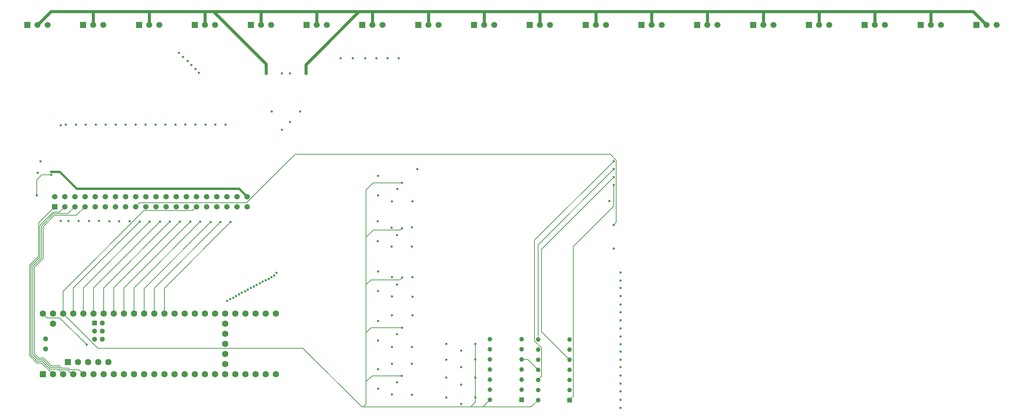
<source format=gbr>
%TF.GenerationSoftware,KiCad,Pcbnew,8.0.3-1.fc40*%
%TF.CreationDate,2024-06-20T20:23:47-04:00*%
%TF.ProjectId,sampler_split_sensor,73616d70-6c65-4725-9f73-706c69745f73,rev?*%
%TF.SameCoordinates,Original*%
%TF.FileFunction,Copper,L2,Inr*%
%TF.FilePolarity,Positive*%
%FSLAX46Y46*%
G04 Gerber Fmt 4.6, Leading zero omitted, Abs format (unit mm)*
G04 Created by KiCad (PCBNEW 8.0.3-1.fc40) date 2024-06-20 20:23:47*
%MOMM*%
%LPD*%
G01*
G04 APERTURE LIST*
%TA.AperFunction,ComponentPad*%
%ADD10R,1.500000X1.500000*%
%TD*%
%TA.AperFunction,ComponentPad*%
%ADD11C,1.500000*%
%TD*%
%TA.AperFunction,ComponentPad*%
%ADD12C,1.170000*%
%TD*%
%TA.AperFunction,ComponentPad*%
%ADD13R,1.170000X1.170000*%
%TD*%
%TA.AperFunction,ComponentPad*%
%ADD14R,1.370000X1.370000*%
%TD*%
%TA.AperFunction,ComponentPad*%
%ADD15C,1.370000*%
%TD*%
%TA.AperFunction,ComponentPad*%
%ADD16R,1.600000X1.600000*%
%TD*%
%TA.AperFunction,ComponentPad*%
%ADD17C,1.600000*%
%TD*%
%TA.AperFunction,ComponentPad*%
%ADD18R,1.300000X1.300000*%
%TD*%
%TA.AperFunction,ComponentPad*%
%ADD19C,1.300000*%
%TD*%
%TA.AperFunction,ViaPad*%
%ADD20C,0.600000*%
%TD*%
%TA.AperFunction,Conductor*%
%ADD21C,0.800000*%
%TD*%
%TA.AperFunction,Conductor*%
%ADD22C,0.200000*%
%TD*%
%TA.AperFunction,Conductor*%
%ADD23C,0.600000*%
%TD*%
G04 APERTURE END LIST*
D10*
%TO.N,Net-(BOARDSEL_CMP1-VCC)*%
%TO.C,U4*%
X43960000Y-35860000D03*
D11*
%TO.N,GND*%
X46500000Y-35860000D03*
%TO.N,Net-(J4-Pin_30)*%
X49040000Y-35860000D03*
%TD*%
D10*
%TO.N,Net-(BOARDSEL_CMP1-VCC)*%
%TO.C,U14*%
X183960000Y-35860000D03*
D11*
%TO.N,GND*%
X186500000Y-35860000D03*
%TO.N,Net-(J4-Pin_20)*%
X189040000Y-35860000D03*
%TD*%
D10*
%TO.N,Net-(BOARDSEL_CMP1-VCC)*%
%TO.C,U2*%
X15960000Y-35860000D03*
D11*
%TO.N,GND*%
X18500000Y-35860000D03*
%TO.N,Net-(J4-Pin_32)*%
X21040000Y-35860000D03*
%TD*%
D10*
%TO.N,Net-(BOARDSEL_CMP1-VCC)*%
%TO.C,U5*%
X57960000Y-35860000D03*
D11*
%TO.N,GND*%
X60500000Y-35860000D03*
%TO.N,Net-(J4-Pin_29)*%
X63040000Y-35860000D03*
%TD*%
D10*
%TO.N,Net-(BOARDSEL_CMP1-VCC)*%
%TO.C,U3*%
X29960000Y-35860000D03*
D11*
%TO.N,GND*%
X32500000Y-35860000D03*
%TO.N,Net-(J4-Pin_31)*%
X35040000Y-35860000D03*
%TD*%
D10*
%TO.N,Net-(BOARDSEL_CMP1-VCC)*%
%TO.C,U12*%
X155960000Y-35860000D03*
D11*
%TO.N,GND*%
X158500000Y-35860000D03*
%TO.N,Net-(J4-Pin_22)*%
X161040000Y-35860000D03*
%TD*%
D10*
%TO.N,Net-(BOARDSEL_CMP1-VCC)*%
%TO.C,U18*%
X239960000Y-35860000D03*
D11*
%TO.N,GND*%
X242500000Y-35860000D03*
%TO.N,Net-(J4-Pin_16)*%
X245040000Y-35860000D03*
%TD*%
D10*
%TO.N,Net-(BOARDSEL_CMP1-VCC)*%
%TO.C,U17*%
X225960000Y-35860000D03*
D11*
%TO.N,GND*%
X228500000Y-35860000D03*
%TO.N,Net-(J4-Pin_17)*%
X231040000Y-35860000D03*
%TD*%
D10*
%TO.N,Net-(BOARDSEL_CMP1-VCC)*%
%TO.C,U6*%
X71960000Y-35860000D03*
D11*
%TO.N,GND*%
X74500000Y-35860000D03*
%TO.N,Net-(J4-Pin_28)*%
X77040000Y-35860000D03*
%TD*%
D10*
%TO.N,Net-(BOARDSEL_CMP1-VCC)*%
%TO.C,U8*%
X99960000Y-35860000D03*
D11*
%TO.N,GND*%
X102500000Y-35860000D03*
%TO.N,Net-(J4-Pin_26)*%
X105040000Y-35860000D03*
%TD*%
D10*
%TO.N,Net-(BOARDSEL_CMP1-VCC)*%
%TO.C,U11*%
X141960000Y-35860000D03*
D11*
%TO.N,GND*%
X144500000Y-35860000D03*
%TO.N,Net-(J4-Pin_23)*%
X147040000Y-35860000D03*
%TD*%
D10*
%TO.N,Net-(BOARDSEL_CMP1-VCC)*%
%TO.C,U7*%
X85960000Y-35860000D03*
D11*
%TO.N,GND*%
X88500000Y-35860000D03*
%TO.N,Net-(J4-Pin_27)*%
X91040000Y-35860000D03*
%TD*%
D10*
%TO.N,Net-(BOARDSEL_CMP1-VCC)*%
%TO.C,U10*%
X127960000Y-35860000D03*
D11*
%TO.N,GND*%
X130500000Y-35860000D03*
%TO.N,Net-(J4-Pin_24)*%
X133040000Y-35860000D03*
%TD*%
D10*
%TO.N,Net-(BOARDSEL_CMP1-VCC)*%
%TO.C,U19*%
X253960000Y-35860000D03*
D11*
%TO.N,GND*%
X256500000Y-35860000D03*
%TO.N,Net-(J4-Pin_15)*%
X259040000Y-35860000D03*
%TD*%
D10*
%TO.N,Net-(BOARDSEL_CMP1-VCC)*%
%TO.C,U9*%
X113960000Y-35860000D03*
D11*
%TO.N,GND*%
X116500000Y-35860000D03*
%TO.N,Net-(J4-Pin_25)*%
X119040000Y-35860000D03*
%TD*%
D10*
%TO.N,Net-(BOARDSEL_CMP1-VCC)*%
%TO.C,U15*%
X197960000Y-35860000D03*
D11*
%TO.N,GND*%
X200500000Y-35860000D03*
%TO.N,Net-(J4-Pin_19)*%
X203040000Y-35860000D03*
%TD*%
D10*
%TO.N,Net-(BOARDSEL_CMP1-VCC)*%
%TO.C,U13*%
X169960000Y-35860000D03*
D11*
%TO.N,GND*%
X172500000Y-35860000D03*
%TO.N,Net-(J4-Pin_21)*%
X175040000Y-35860000D03*
%TD*%
D10*
%TO.N,Net-(BOARDSEL_CMP1-VCC)*%
%TO.C,U16*%
X211960000Y-35860000D03*
D11*
%TO.N,GND*%
X214500000Y-35860000D03*
%TO.N,Net-(J4-Pin_18)*%
X217040000Y-35860000D03*
%TD*%
D12*
%TO.N,Net-(BOARDSEL_CMP1-VCC)*%
%TO.C,BOARDSEL_ENABLE1*%
X131955686Y-130120000D03*
%TO.N,unconnected-(BOARDSEL_ENABLE1-2D-Pad13)*%
X131955686Y-127580000D03*
%TO.N,unconnected-(BOARDSEL_ENABLE1-2C-Pad12)*%
X131955686Y-125040000D03*
%TO.N,N/C*%
X131955686Y-122500000D03*
%TO.N,unconnected-(BOARDSEL_ENABLE1-2B-Pad10)*%
X131955686Y-119960000D03*
%TO.N,unconnected-(BOARDSEL_ENABLE1-2A-Pad9)*%
X131955686Y-117420000D03*
%TO.N,unconnected-(BOARDSEL_ENABLE1-2Y-Pad8)*%
X131955686Y-114880000D03*
%TO.N,GND*%
X139895686Y-114880000D03*
%TO.N,Net-(BOARDSEL_ENABLE1-1Y)*%
X139895686Y-117420000D03*
%TO.N,Net-(BOARDSEL_CMP1-4Y)*%
X139895686Y-119960000D03*
%TO.N,Net-(BOARDSEL_CMP1-3Y)*%
X139895686Y-122500000D03*
%TO.N,N/C*%
X139895686Y-125040000D03*
%TO.N,Net-(BOARDSEL_CMP1-2Y)*%
X139895686Y-127580000D03*
D13*
%TO.N,Net-(BOARDSEL_CMP1-1Y)*%
X139895686Y-130120000D03*
%TD*%
D14*
%TO.N,Net-(BOARDSEL_CMP1-1A)*%
%TO.C,J1*%
X22775686Y-81540000D03*
D15*
%TO.N,Net-(JP8-A)*%
X22775686Y-79000000D03*
%TO.N,Net-(BOARDSEL_CMP1-2A)*%
X25315686Y-81540000D03*
%TO.N,Net-(JP9-A)*%
X25315686Y-79000000D03*
%TO.N,Net-(BOARDSEL_CMP1-3A)*%
X27855686Y-81540000D03*
%TO.N,Net-(JP10-A)*%
X27855686Y-79000000D03*
%TO.N,Net-(BOARDSEL_CMP1-4A)*%
X30395686Y-81540000D03*
%TO.N,Net-(JP11-A)*%
X30395686Y-79000000D03*
%TO.N,unconnected-(J1-Pad09)*%
X32935686Y-81540000D03*
%TO.N,Net-(JP12-A)*%
X32935686Y-79000000D03*
%TO.N,unconnected-(J1-Pad11)*%
X35475686Y-81540000D03*
%TO.N,Net-(JP13-A)*%
X35475686Y-79000000D03*
%TO.N,unconnected-(J1-Pad13)*%
X38015686Y-81540000D03*
%TO.N,Net-(JP14-A)*%
X38015686Y-79000000D03*
%TO.N,unconnected-(J1-Pad15)*%
X40555686Y-81540000D03*
%TO.N,Net-(JP15-A)*%
X40555686Y-79000000D03*
%TO.N,Net-(J2-Pin_9)*%
X43095686Y-81540000D03*
%TO.N,Net-(JP16-A)*%
X43095686Y-79000000D03*
%TO.N,unconnected-(J1-Pad19)*%
X45635686Y-81540000D03*
%TO.N,Net-(JP17-A)*%
X45635686Y-79000000D03*
%TO.N,unconnected-(J1-Pad21)*%
X48175686Y-81540000D03*
%TO.N,Net-(JP18-A)*%
X48175686Y-79000000D03*
%TO.N,unconnected-(J1-Pad23)*%
X50715686Y-81540000D03*
%TO.N,Net-(JP19-A)*%
X50715686Y-79000000D03*
%TO.N,unconnected-(J1-Pad25)*%
X53255686Y-81540000D03*
%TO.N,Net-(JP20-A)*%
X53255686Y-79000000D03*
%TO.N,unconnected-(J1-Pad27)*%
X55795686Y-81540000D03*
%TO.N,Net-(JP21-A)*%
X55795686Y-79000000D03*
%TO.N,Net-(BOARDSEL_CMP1-VCC)*%
X58335686Y-81540000D03*
%TO.N,Net-(JP22-A)*%
X58335686Y-79000000D03*
%TO.N,unconnected-(J1-Pad31)*%
X60875686Y-81540000D03*
%TO.N,Net-(JP45-A)*%
X60875686Y-79000000D03*
%TO.N,unconnected-(J1-Pad33)*%
X63415686Y-81540000D03*
%TO.N,Net-(JP46-A)*%
X63415686Y-79000000D03*
%TO.N,unconnected-(J1-Pad35)*%
X65955686Y-81540000D03*
%TO.N,Net-(JP47-A)*%
X65955686Y-79000000D03*
%TO.N,unconnected-(J1-Pad37)*%
X68495686Y-81540000D03*
%TO.N,unconnected-(J1-Pad38)*%
X68495686Y-79000000D03*
%TO.N,unconnected-(J1-Pad39)*%
X71035686Y-81540000D03*
%TO.N,GND*%
X71035686Y-79000000D03*
%TD*%
D16*
%TO.N,unconnected-(U1-GND-Pad1)*%
%TO.C,U1*%
X19805686Y-123620000D03*
D17*
%TO.N,Net-(BOARDSEL_CMP1-1A)*%
X22345686Y-123620000D03*
%TO.N,Net-(BOARDSEL_CMP1-2A)*%
X24885686Y-123620000D03*
%TO.N,Net-(BOARDSEL_CMP1-3A)*%
X27425686Y-123620000D03*
%TO.N,Net-(BOARDSEL_CMP1-4A)*%
X29965686Y-123620000D03*
%TO.N,unconnected-(U1-4_BCLK2-Pad6)*%
X32505686Y-123620000D03*
%TO.N,unconnected-(U1-5_IN2-Pad7)*%
X35045686Y-123620000D03*
%TO.N,unconnected-(U1-6_OUT1D-Pad8)*%
X37585686Y-123620000D03*
%TO.N,unconnected-(U1-7_RX2_OUT1A-Pad9)*%
X40125686Y-123620000D03*
%TO.N,unconnected-(U1-8_TX2_IN1-Pad10)*%
X42665686Y-123620000D03*
%TO.N,unconnected-(U1-9_OUT1C-Pad11)*%
X45205686Y-123620000D03*
%TO.N,unconnected-(U1-10_CS_MQSR-Pad12)*%
X47745686Y-123620000D03*
%TO.N,unconnected-(U1-11_MOSI_CTX1-Pad13)*%
X50285686Y-123620000D03*
%TO.N,unconnected-(U1-12_MISO_MQSL-Pad14)*%
X52825686Y-123620000D03*
%TO.N,unconnected-(U1-3V3-Pad15)*%
X55365686Y-123620000D03*
%TO.N,Net-(JP8-A)*%
X57905686Y-123620000D03*
%TO.N,Net-(JP9-A)*%
X60445686Y-123620000D03*
%TO.N,Net-(JP10-A)*%
X62985686Y-123620000D03*
%TO.N,Net-(JP11-A)*%
X65525686Y-123620000D03*
%TO.N,unconnected-(U1-28_RX7-Pad20)*%
X68065686Y-123620000D03*
%TO.N,unconnected-(U1-29_TX7-Pad21)*%
X70605686Y-123620000D03*
%TO.N,unconnected-(U1-30_CRX3-Pad22)*%
X73145686Y-123620000D03*
%TO.N,unconnected-(U1-31_CTX3-Pad23)*%
X75685686Y-123620000D03*
%TO.N,unconnected-(U1-32_OUT1B-Pad24)*%
X78225686Y-123620000D03*
%TO.N,unconnected-(U1-33_MCLK2-Pad25)*%
X78225686Y-108380000D03*
%TO.N,unconnected-(U1-34_RX8-Pad26)*%
X75685686Y-108380000D03*
%TO.N,unconnected-(U1-35_TX8-Pad27)*%
X73145686Y-108380000D03*
%TO.N,unconnected-(U1-36_CS-Pad28)*%
X70605686Y-108380000D03*
%TO.N,unconnected-(U1-37_CS-Pad29)*%
X68065686Y-108380000D03*
%TO.N,Net-(JP15-A)*%
X65525686Y-108380000D03*
%TO.N,Net-(JP14-A)*%
X62985686Y-108380000D03*
%TO.N,Net-(JP13-A)*%
X60445686Y-108380000D03*
%TO.N,Net-(JP12-A)*%
X57905686Y-108380000D03*
%TO.N,unconnected-(U1-GND-Pad34)*%
X55365686Y-108380000D03*
%TO.N,unconnected-(U1-13_SCK_LED-Pad35)*%
X52825686Y-108380000D03*
%TO.N,Net-(JP47-A)*%
X50285686Y-108380000D03*
%TO.N,Net-(JP46-A)*%
X47745686Y-108380000D03*
%TO.N,Net-(JP45-A)*%
X45205686Y-108380000D03*
%TO.N,Net-(JP22-A)*%
X42665686Y-108380000D03*
%TO.N,Net-(JP21-A)*%
X40125686Y-108380000D03*
%TO.N,Net-(JP20-A)*%
X37585686Y-108380000D03*
%TO.N,Net-(JP19-A)*%
X35045686Y-108380000D03*
%TO.N,Net-(JP18-A)*%
X32505686Y-108380000D03*
%TO.N,Net-(JP17-A)*%
X29965686Y-108380000D03*
%TO.N,Net-(JP16-A)*%
X27425686Y-108380000D03*
%TO.N,Net-(BOARDSEL_CMP1-VCC)*%
X24885686Y-108380000D03*
%TO.N,GND*%
X22345686Y-108380000D03*
%TO.N,Net-(JP23-B)*%
X19805686Y-108380000D03*
%TO.N,unconnected-(U1-VUSB-Pad49)*%
X22345686Y-110920000D03*
%TO.N,unconnected-(U1-VBAT-Pad50)*%
X65525686Y-121080000D03*
%TO.N,unconnected-(U1-3V3-Pad51)*%
X65525686Y-118540000D03*
%TO.N,unconnected-(U1-GND-Pad52)*%
X65525686Y-116000000D03*
%TO.N,unconnected-(U1-PROGRAM-Pad53)*%
X65525686Y-113460000D03*
%TO.N,unconnected-(U1-ON_OFF-Pad54)*%
X65525686Y-110920000D03*
D16*
%TO.N,unconnected-(U1-5V-Pad55)*%
X26104886Y-120569200D03*
D17*
%TO.N,unconnected-(U1-D--Pad56)*%
X28644886Y-120569200D03*
%TO.N,unconnected-(U1-D+-Pad57)*%
X31184886Y-120569200D03*
%TO.N,unconnected-(U1-GND-Pad58)*%
X33724886Y-120569200D03*
%TO.N,unconnected-(U1-GND-Pad59)*%
X36264886Y-120569200D03*
D18*
%TO.N,unconnected-(U1-R+-Pad60)*%
X32775686Y-110818400D03*
D19*
%TO.N,unconnected-(U1-LED-Pad61)*%
X32775686Y-112818400D03*
%TO.N,unconnected-(U1-T--Pad62)*%
X32775686Y-114818400D03*
%TO.N,unconnected-(U1-T+-Pad63)*%
X34775686Y-114818400D03*
%TO.N,unconnected-(U1-GND-Pad64)*%
X34775686Y-112818400D03*
%TO.N,unconnected-(U1-R--Pad65)*%
X34775686Y-110818400D03*
%TO.N,unconnected-(U1-D--Pad66)*%
X20535686Y-114730000D03*
%TO.N,unconnected-(U1-D+-Pad67)*%
X20535686Y-117270000D03*
%TD*%
D13*
%TO.N,Net-(BOARDSEL_CMP1-1A)*%
%TO.C,BOARDSEL_CMP1*%
X151955686Y-130160000D03*
D12*
%TO.N,Net-(BOARDSEL_CMP1-1B)*%
X151955686Y-127620000D03*
%TO.N,Net-(BOARDSEL_CMP1-1Y)*%
X151955686Y-125080000D03*
%TO.N,Net-(BOARDSEL_CMP1-2Y)*%
X151955686Y-122540000D03*
%TO.N,Net-(BOARDSEL_CMP1-2A)*%
X151955686Y-120000000D03*
%TO.N,Net-(BOARDSEL_CMP1-2B)*%
X151955686Y-117460000D03*
%TO.N,GND*%
X151955686Y-114920000D03*
%TO.N,Net-(BOARDSEL_CMP1-3A)*%
X144015686Y-114920000D03*
%TO.N,Net-(BOARDSEL_CMP1-3B)*%
X144015686Y-117460000D03*
%TO.N,Net-(BOARDSEL_CMP1-3Y)*%
X144015686Y-120000000D03*
%TO.N,Net-(BOARDSEL_CMP1-4Y)*%
X144015686Y-122540000D03*
%TO.N,Net-(BOARDSEL_CMP1-4A)*%
X144015686Y-125080000D03*
%TO.N,Net-(BOARDSEL_CMP1-4B)*%
X144015686Y-127620000D03*
%TO.N,Net-(BOARDSEL_CMP1-VCC)*%
X144015686Y-130160000D03*
%TD*%
D20*
%TO.N,GND*%
X87400000Y-44200000D03*
%TO.N,Net-(J4-Pin_20)*%
X54000000Y-42900000D03*
%TO.N,Net-(J4-Pin_19)*%
X55000000Y-43900000D03*
%TO.N,Net-(J4-Pin_18)*%
X56200000Y-44900000D03*
%TO.N,Net-(J4-Pin_17)*%
X57100000Y-45900000D03*
%TO.N,Net-(J4-Pin_16)*%
X58100000Y-46900000D03*
%TO.N,Net-(J4-Pin_15)*%
X58978499Y-47878499D03*
X109100000Y-44200000D03*
%TO.N,Net-(J4-Pin_16)*%
X106300000Y-44200000D03*
%TO.N,Net-(J4-Pin_17)*%
X103500000Y-44200000D03*
%TO.N,Net-(J4-Pin_18)*%
X100700000Y-44200000D03*
%TO.N,Net-(J4-Pin_19)*%
X97600000Y-44200000D03*
%TO.N,Net-(J4-Pin_20)*%
X94500000Y-44200000D03*
%TO.N,GND*%
X85800000Y-48000000D03*
%TO.N,Net-(BOARDSEL_CMP1-VCC)*%
X81800000Y-48000000D03*
X79800000Y-48000000D03*
%TO.N,GND*%
X75800000Y-48000000D03*
%TO.N,Net-(BOARDSEL_CMP1-VCC)*%
X81800000Y-60200000D03*
X79800000Y-62200000D03*
%TO.N,GND*%
X84343001Y-57600000D03*
X77257001Y-57600000D03*
%TO.N,Net-(BOARDSEL_CMP1-3B)*%
X124715686Y-121900000D03*
%TO.N,Net-(BOARDSEL_CMP1-4A)*%
X163015686Y-70100000D03*
%TO.N,Net-(BOARDSEL_CMP1-2A)*%
X163015686Y-74100000D03*
%TO.N,Net-(BOARDSEL_CMP1-4B)*%
X124715686Y-117700000D03*
%TO.N,Net-(BOARDSEL_CMP1-1A)*%
X163015686Y-76100000D03*
%TO.N,Net-(BOARDSEL_CMP1-1B)*%
X124715686Y-131100000D03*
%TO.N,Net-(BOARDSEL_CMP1-2B)*%
X124715686Y-126300000D03*
%TO.N,GND*%
X19295538Y-70128382D03*
X108635686Y-101150000D03*
X108635686Y-88650000D03*
X108635686Y-125650000D03*
X161915686Y-80100000D03*
X108735686Y-77050000D03*
X121015686Y-124500000D03*
X108635686Y-113550000D03*
X121015686Y-116000000D03*
X121015686Y-129500000D03*
X121015686Y-120000000D03*
X21908921Y-72741765D03*
%TO.N,Net-(BOARDSEL_CMP1-VCC)*%
X21936596Y-73541288D03*
X109835686Y-124050000D03*
X163015686Y-92100000D03*
X128315686Y-116000000D03*
X109935686Y-75550000D03*
X128315686Y-119900000D03*
X128315686Y-129500000D03*
X109935686Y-86950000D03*
X128315686Y-124500000D03*
X109935686Y-111950000D03*
X18335686Y-78715000D03*
X109935686Y-99350000D03*
%TO.N,Net-(BOARDSEL_CMP1-3A)*%
X163015686Y-72100000D03*
%TO.N,Net-(BOARDSEL_ENABLE1-1Y)*%
X103915686Y-73800000D03*
X103915686Y-122400000D03*
X113715686Y-72100000D03*
X103815686Y-90200000D03*
X103915686Y-115200000D03*
X103915686Y-97800000D03*
X103915686Y-110300000D03*
X103815686Y-85200000D03*
X103915686Y-102700000D03*
X103915686Y-127300000D03*
X103915686Y-78700000D03*
%TO.N,Net-(DG45_4-S_1)*%
X77815686Y-98800000D03*
X164715686Y-100100000D03*
X107415686Y-80200000D03*
%TO.N,Net-(JP46-A)*%
X64415686Y-85400000D03*
%TO.N,Net-(DG45_4-D_4)*%
X78415686Y-98200000D03*
%TO.N,Net-(JP47-A)*%
X66915686Y-85400000D03*
%TO.N,Net-(DG45_4-D_4)*%
X164715686Y-98100000D03*
X112515686Y-80200000D03*
%TO.N,Net-(DG452_0-D_3)*%
X68315686Y-104000000D03*
%TO.N,Net-(JP11-A)*%
X31415686Y-85100000D03*
%TO.N,Net-(DG452_0-D_3)*%
X112415686Y-121000000D03*
X164715686Y-126000000D03*
%TO.N,Net-(DG452_0-D_4)*%
X66820008Y-104800000D03*
X112415686Y-128800000D03*
%TO.N,Net-(JP9-A)*%
X26315686Y-85100000D03*
%TO.N,Net-(DG452_0-D_4)*%
X164715686Y-130100000D03*
%TO.N,Net-(JP8-A)*%
X24315686Y-85100000D03*
%TO.N,Net-(DG452_0-S_1)*%
X164715686Y-132100000D03*
X107415686Y-128700000D03*
X66115686Y-105200000D03*
%TO.N,Net-(JP10-A)*%
X28815686Y-85100000D03*
%TO.N,Net-(DG452_0-S_2)*%
X107415686Y-121000000D03*
X164715686Y-128000000D03*
X67615683Y-104400000D03*
%TO.N,Net-(DG452_1-D_4)*%
X69746539Y-103200000D03*
X112415686Y-116800000D03*
%TO.N,Net-(JP13-A)*%
X36515686Y-85200000D03*
%TO.N,Net-(DG452_1-D_4)*%
X164715686Y-121900000D03*
%TO.N,Net-(DG452_1-S_1)*%
X107415686Y-116800000D03*
X164715686Y-124000000D03*
%TO.N,Net-(JP12-A)*%
X33915686Y-85100000D03*
%TO.N,Net-(DG452_1-S_1)*%
X69046536Y-103600000D03*
%TO.N,Net-(DG452_1-S_2)*%
X164715686Y-120000000D03*
%TO.N,Net-(JP14-A)*%
X39015686Y-85200000D03*
%TO.N,Net-(DG452_1-S_2)*%
X70545925Y-102847000D03*
X107415686Y-108800000D03*
%TO.N,Net-(DG452_1-D_3)*%
X71209396Y-102400000D03*
X112515686Y-108800000D03*
%TO.N,Net-(JP15-A)*%
X41615686Y-85200000D03*
%TO.N,Net-(DG452_1-D_3)*%
X164715686Y-118000000D03*
%TO.N,Net-(DG452_2-D_3)*%
X112515686Y-99300000D03*
X74264542Y-100800000D03*
%TO.N,Net-(JP19-A)*%
X51715686Y-85300000D03*
%TO.N,Net-(DG452_2-D_3)*%
X164715686Y-110100000D03*
%TO.N,Net-(DG452_2-S_2)*%
X164715686Y-112100000D03*
X107415686Y-99300000D03*
X73464539Y-101200000D03*
%TO.N,Net-(JP18-A)*%
X49215686Y-85300000D03*
%TO.N,Net-(JP17-A)*%
X46615686Y-85300000D03*
%TO.N,Net-(DG452_2-D_4)*%
X72726244Y-101600000D03*
X164715686Y-114200000D03*
X112515686Y-104200000D03*
%TO.N,Net-(JP16-A)*%
X44115686Y-85300000D03*
%TO.N,Net-(DG452_2-S_1)*%
X164715686Y-116100000D03*
X71981355Y-102000000D03*
X107415686Y-104100000D03*
%TO.N,Net-(DG452_3-S_2)*%
X76485185Y-99703263D03*
%TO.N,Net-(JP22-A)*%
X59315686Y-85300000D03*
%TO.N,Net-(DG452_3-S_2)*%
X107315686Y-86800000D03*
X164715686Y-104000000D03*
%TO.N,Net-(DG452_3-D_3)*%
X112415686Y-86700000D03*
X77152964Y-99262722D03*
X164715686Y-102000000D03*
%TO.N,Net-(JP45-A)*%
X61915686Y-85400000D03*
%TO.N,Net-(DG452_3-D_4)*%
X112415686Y-91600000D03*
X164715686Y-106100000D03*
X75700337Y-100000000D03*
%TO.N,Net-(JP21-A)*%
X56815686Y-85300000D03*
%TO.N,Net-(DG452_3-S_1)*%
X107315686Y-91600000D03*
X164715686Y-108100000D03*
%TO.N,Net-(JP20-A)*%
X54215686Y-85300000D03*
%TO.N,Net-(DG452_3-S_1)*%
X74967996Y-100400000D03*
%TO.N,Net-(J4-Pin_17)*%
X60615686Y-60900000D03*
%TO.N,Net-(J4-Pin_18)*%
X58115686Y-60900000D03*
%TO.N,Net-(J4-Pin_19)*%
X55615686Y-60900000D03*
%TO.N,Net-(J4-Pin_20)*%
X53115686Y-60900000D03*
%TO.N,Net-(J4-Pin_21)*%
X50615686Y-60900000D03*
%TO.N,Net-(J4-Pin_22)*%
X48115686Y-60900000D03*
%TO.N,Net-(J4-Pin_23)*%
X45615686Y-60900000D03*
%TO.N,Net-(J4-Pin_24)*%
X43115686Y-60900000D03*
%TO.N,Net-(J4-Pin_25)*%
X40615686Y-60900000D03*
%TO.N,Net-(J4-Pin_26)*%
X38115686Y-60900000D03*
%TO.N,Net-(J4-Pin_27)*%
X35615686Y-60900000D03*
%TO.N,Net-(J4-Pin_28)*%
X33115686Y-60900000D03*
%TO.N,Net-(J4-Pin_29)*%
X30615686Y-60900000D03*
%TO.N,Net-(JP23-B)*%
X30835686Y-116215000D03*
%TO.N,Net-(J4-Pin_30)*%
X28115686Y-60900000D03*
%TO.N,Net-(J4-Pin_31)*%
X25615686Y-60900000D03*
%TO.N,Net-(J4-Pin_32)*%
X24300000Y-61100000D03*
%TO.N,Net-(J2-Pin_9)*%
X163015686Y-86100000D03*
X18535686Y-73015000D03*
%TO.N,Net-(J4-Pin_16)*%
X63115686Y-60900000D03*
%TO.N,Net-(J4-Pin_15)*%
X65615686Y-60900000D03*
%TD*%
D21*
%TO.N,GND*%
X87400000Y-44200000D02*
X99100000Y-32500000D01*
D22*
%TO.N,Net-(BOARDSEL_CMP1-VCC)*%
X21936596Y-73541288D02*
X21910308Y-73515000D01*
X21910308Y-73515000D02*
X19635686Y-73515000D01*
D21*
%TO.N,GND*%
X242500000Y-32500000D02*
X253140000Y-32500000D01*
X228600000Y-32500000D02*
X242500000Y-32500000D01*
X242500000Y-32500000D02*
X242500000Y-35860000D01*
X214700000Y-32500000D02*
X228600000Y-32500000D01*
X228600000Y-32500000D02*
X228500000Y-32600000D01*
X228500000Y-32600000D02*
X228500000Y-35860000D01*
X200500000Y-32500000D02*
X214700000Y-32500000D01*
X214700000Y-32500000D02*
X214500000Y-32700000D01*
X214500000Y-32700000D02*
X214500000Y-35860000D01*
X186500000Y-32500000D02*
X200500000Y-32500000D01*
X200500000Y-32500000D02*
X200500000Y-35860000D01*
X172500000Y-32500000D02*
X186500000Y-32500000D01*
X186500000Y-32500000D02*
X186500000Y-35860000D01*
X158500000Y-32500000D02*
X172500000Y-32500000D01*
X172500000Y-32500000D02*
X172500000Y-35860000D01*
X144500000Y-32500000D02*
X158500000Y-32500000D01*
X158500000Y-32500000D02*
X158500000Y-35860000D01*
X130500000Y-32500000D02*
X144500000Y-32500000D01*
X144500000Y-32500000D02*
X144500000Y-35860000D01*
X116500000Y-32500000D02*
X130500000Y-32500000D01*
X130500000Y-32500000D02*
X130500000Y-35860000D01*
X102500000Y-32500000D02*
X116500000Y-32500000D01*
X116500000Y-32500000D02*
X116500000Y-35860000D01*
X99100000Y-32500000D02*
X102500000Y-32500000D01*
X102500000Y-32500000D02*
X102500000Y-35860000D01*
X88500000Y-32500000D02*
X99100000Y-32500000D01*
X74500000Y-32500000D02*
X88500000Y-32500000D01*
X88500000Y-32500000D02*
X88500000Y-35860000D01*
X62600000Y-32500000D02*
X74500000Y-32500000D01*
X74500000Y-32500000D02*
X74500000Y-35860000D01*
X60500000Y-32500000D02*
X46500000Y-32500000D01*
X62600000Y-32500000D02*
X60500000Y-32500000D01*
X60500000Y-32500000D02*
X60500000Y-35860000D01*
X46500000Y-32500000D02*
X32600000Y-32500000D01*
X46500000Y-32500000D02*
X46500000Y-35860000D01*
X32600000Y-32500000D02*
X21860000Y-32500000D01*
X32600000Y-32500000D02*
X32500000Y-32600000D01*
X32500000Y-32600000D02*
X32500000Y-35860000D01*
X85800000Y-48000000D02*
X85800000Y-45800000D01*
X85800000Y-45800000D02*
X87400000Y-44200000D01*
X253140000Y-32500000D02*
X256500000Y-35860000D01*
X75800000Y-48000000D02*
X75800000Y-45700000D01*
X75800000Y-45700000D02*
X62600000Y-32500000D01*
X21860000Y-32500000D02*
X18500000Y-35860000D01*
D22*
%TO.N,Net-(BOARDSEL_CMP1-4A)*%
X26190571Y-122120000D02*
X26593128Y-122522557D01*
X21984900Y-121562157D02*
X23959215Y-121562157D01*
X144900686Y-117085000D02*
X144900686Y-124195000D01*
X143130686Y-115315000D02*
X144900686Y-117085000D01*
X22747058Y-83700000D02*
X19905686Y-86541372D01*
X28865686Y-122520000D02*
X29965686Y-123620000D01*
X24517058Y-122120000D02*
X26190571Y-122120000D01*
X144900686Y-124195000D02*
X144015686Y-125080000D01*
X17715686Y-118502942D02*
X18829901Y-119617157D01*
X20039900Y-119617157D02*
X21984900Y-121562157D01*
X19905686Y-94507058D02*
X19671371Y-94741372D01*
X24193529Y-121796472D02*
X24517058Y-122120000D01*
X26595685Y-122520000D02*
X28865686Y-122520000D01*
X18829901Y-119617157D02*
X20039900Y-119617157D01*
X19235686Y-95177058D02*
X17715686Y-96697058D01*
X30395686Y-81540000D02*
X28235686Y-83700000D01*
X17715686Y-96697058D02*
X17715686Y-118502942D01*
X19905686Y-86541372D02*
X19905686Y-94507058D01*
X28235686Y-83700000D02*
X22747058Y-83700000D01*
X19671371Y-94741372D02*
X19235686Y-95177058D01*
X23959215Y-121562157D02*
X24193529Y-121796472D01*
X26593128Y-122522557D02*
X26595685Y-122520000D01*
X143130686Y-89985000D02*
X143130686Y-115315000D01*
%TO.N,Net-(BOARDSEL_CMP1-2A)*%
X19105686Y-94175686D02*
X16915686Y-96365686D01*
X16915686Y-96365686D02*
X16915686Y-118834314D01*
X23955686Y-82900000D02*
X22415686Y-82900000D01*
X25315686Y-81540000D02*
X23955686Y-82900000D01*
X16915686Y-118834314D02*
X18498529Y-120417157D01*
X144900686Y-112945000D02*
X151955686Y-120000000D01*
X163015686Y-74100000D02*
X144900686Y-92215000D01*
X144900686Y-92215000D02*
X144900686Y-112945000D01*
X22415686Y-82900000D02*
X19105686Y-86210000D01*
X19105686Y-86210000D02*
X19105686Y-94175686D01*
X18498529Y-120417157D02*
X19708528Y-120417157D01*
X21653528Y-122362157D02*
X23627843Y-122362157D01*
X19708528Y-120417157D02*
X21653528Y-122362157D01*
X23627843Y-122362157D02*
X24885686Y-123620000D01*
%TO.N,Net-(BOARDSEL_CMP1-1A)*%
X18705686Y-85610000D02*
X18705686Y-94010000D01*
X152840686Y-129275000D02*
X151955686Y-130160000D01*
X16515686Y-119000000D02*
X18332843Y-120817157D01*
X18705686Y-94010000D02*
X16515686Y-96200000D01*
X163015686Y-81400000D02*
X152840686Y-91575000D01*
X18332843Y-120817157D02*
X19542843Y-120817157D01*
X16515686Y-96200000D02*
X16515686Y-119000000D01*
X19542843Y-120817157D02*
X22345686Y-123620000D01*
X163015686Y-76100000D02*
X163015686Y-81400000D01*
X22775686Y-81540000D02*
X18705686Y-85610000D01*
X152840686Y-91575000D02*
X152840686Y-129275000D01*
%TO.N,Net-(BOARDSEL_CMP1-4Y)*%
X141435686Y-119960000D02*
X144015686Y-122540000D01*
X139895686Y-119960000D02*
X141435686Y-119960000D01*
D23*
%TO.N,GND*%
X21908921Y-72741765D02*
X24060393Y-72741765D01*
X69035686Y-77000000D02*
X71035686Y-79000000D01*
X28318628Y-77000000D02*
X69035686Y-77000000D01*
X24060393Y-72741765D02*
X28318628Y-77000000D01*
D22*
%TO.N,Net-(BOARDSEL_CMP1-VCC)*%
X85024886Y-117109200D02*
X33614886Y-117109200D01*
X109935686Y-111950000D02*
X102165686Y-111950000D01*
X100915686Y-125500000D02*
X100915686Y-131200000D01*
X130015686Y-131900000D02*
X142215686Y-131900000D01*
X24885686Y-108380000D02*
X24885686Y-102778529D01*
X102165686Y-111950000D02*
X100915686Y-113200000D01*
X130175686Y-131900000D02*
X130015686Y-131900000D01*
X142215686Y-131900000D02*
X142415686Y-131700000D01*
X102365686Y-124050000D02*
X100915686Y-125500000D01*
X142415686Y-131700000D02*
X142475686Y-131700000D01*
X109935686Y-75550000D02*
X102665686Y-75550000D01*
X128315686Y-119900000D02*
X128315686Y-116000000D01*
X109935686Y-99350000D02*
X109385686Y-99900000D01*
X131955686Y-130120000D02*
X130175686Y-131900000D01*
X142475686Y-131700000D02*
X144015686Y-130160000D01*
X109485686Y-87400000D02*
X102715686Y-87400000D01*
X128315686Y-130700000D02*
X128315686Y-119900000D01*
X100915686Y-113200000D02*
X100915686Y-125500000D01*
X127115686Y-131900000D02*
X128315686Y-130700000D01*
X102715686Y-87400000D02*
X100915686Y-89200000D01*
X100915686Y-89200000D02*
X100915686Y-101100000D01*
X100215686Y-131900000D02*
X99815686Y-131900000D01*
X18335686Y-78715000D02*
X18335686Y-74815000D01*
X100915686Y-77300000D02*
X100915686Y-89200000D01*
X109385686Y-99900000D02*
X102115686Y-99900000D01*
X45139215Y-82525000D02*
X57350686Y-82525000D01*
X127115686Y-131900000D02*
X130015686Y-131900000D01*
X102115686Y-99900000D02*
X100915686Y-101100000D01*
X109835686Y-124050000D02*
X102365686Y-124050000D01*
X57350686Y-82525000D02*
X58335686Y-81540000D01*
X33614886Y-117109200D02*
X24885686Y-108380000D01*
X100915686Y-131200000D02*
X100215686Y-131900000D01*
X100915686Y-101100000D02*
X100915686Y-113200000D01*
X99815686Y-131900000D02*
X85024886Y-117109200D01*
X24885686Y-102778529D02*
X45139215Y-82525000D01*
X109935686Y-86950000D02*
X109485686Y-87400000D01*
X109835686Y-75650000D02*
X109935686Y-75550000D01*
X99815686Y-131900000D02*
X127115686Y-131900000D01*
X102665686Y-75550000D02*
X100915686Y-77300000D01*
X18335686Y-74815000D02*
X19635686Y-73515000D01*
%TO.N,Net-(BOARDSEL_CMP1-3A)*%
X26024886Y-122520000D02*
X24351372Y-122520000D01*
X21819214Y-121962157D02*
X19874214Y-120017157D01*
X27425686Y-123620000D02*
X27124886Y-123620000D01*
X22581372Y-83300000D02*
X26095686Y-83300000D01*
X19505686Y-94341372D02*
X19505686Y-86375686D01*
X144015686Y-91100000D02*
X163015686Y-72100000D01*
X17315686Y-118668628D02*
X17315686Y-96531372D01*
X24351372Y-122520000D02*
X23793529Y-121962157D01*
X17315686Y-96531372D02*
X19505686Y-94341372D01*
X19505686Y-86375686D02*
X22581372Y-83300000D01*
X27124886Y-123620000D02*
X26024886Y-122520000D01*
X144015686Y-114920000D02*
X144015686Y-91100000D01*
X19874214Y-120017157D02*
X18664215Y-120017157D01*
X23793529Y-121962157D02*
X21819214Y-121962157D01*
X26095686Y-83300000D02*
X27855686Y-81540000D01*
X18664215Y-120017157D02*
X17315686Y-118668628D01*
%TO.N,Net-(JP46-A)*%
X64415686Y-85400000D02*
X47745686Y-102070000D01*
X47745686Y-102070000D02*
X47745686Y-108380000D01*
%TO.N,Net-(JP47-A)*%
X50285686Y-102030000D02*
X50285686Y-108380000D01*
X66915686Y-85400000D02*
X50285686Y-102030000D01*
%TO.N,Net-(JP19-A)*%
X51715686Y-85300000D02*
X35045686Y-101970000D01*
X35045686Y-101970000D02*
X35045686Y-108380000D01*
%TO.N,Net-(JP18-A)*%
X49215686Y-85300000D02*
X32505686Y-102010000D01*
X32505686Y-102010000D02*
X32505686Y-108380000D01*
%TO.N,Net-(JP17-A)*%
X46615686Y-85300000D02*
X29965686Y-101950000D01*
X29965686Y-101950000D02*
X29965686Y-108380000D01*
%TO.N,Net-(JP16-A)*%
X27425686Y-101990000D02*
X27425686Y-108380000D01*
X44115686Y-85300000D02*
X27425686Y-101990000D01*
%TO.N,Net-(JP22-A)*%
X59315686Y-85300000D02*
X42665686Y-101950000D01*
X42665686Y-101950000D02*
X42665686Y-108380000D01*
%TO.N,Net-(JP45-A)*%
X61915686Y-85400000D02*
X45205686Y-102110000D01*
X45205686Y-102110000D02*
X45205686Y-108380000D01*
%TO.N,Net-(JP21-A)*%
X40125686Y-101990000D02*
X40125686Y-108380000D01*
X56815686Y-85300000D02*
X40125686Y-101990000D01*
%TO.N,Net-(JP20-A)*%
X37585686Y-101930000D02*
X37585686Y-108380000D01*
X54215686Y-85300000D02*
X37585686Y-101930000D01*
%TO.N,Net-(JP23-B)*%
X20905686Y-109480000D02*
X19805686Y-108380000D01*
X30835686Y-116215000D02*
X24100686Y-109480000D01*
X24100686Y-109480000D02*
X20905686Y-109480000D01*
%TO.N,Net-(J2-Pin_9)*%
X163615686Y-85500000D02*
X163615686Y-69851471D01*
X163015686Y-86100000D02*
X163615686Y-85500000D01*
X163615686Y-69851471D02*
X162164215Y-68400000D01*
X83070686Y-68400000D02*
X70915686Y-80555000D01*
X162164215Y-68400000D02*
X83070686Y-68400000D01*
X44080686Y-80555000D02*
X43095686Y-81540000D01*
X70915686Y-80555000D02*
X44080686Y-80555000D01*
%TO.N,Net-(BOARDSEL_CMP1-4A)*%
X163015686Y-70100000D02*
X143130686Y-89985000D01*
%TD*%
M02*

</source>
